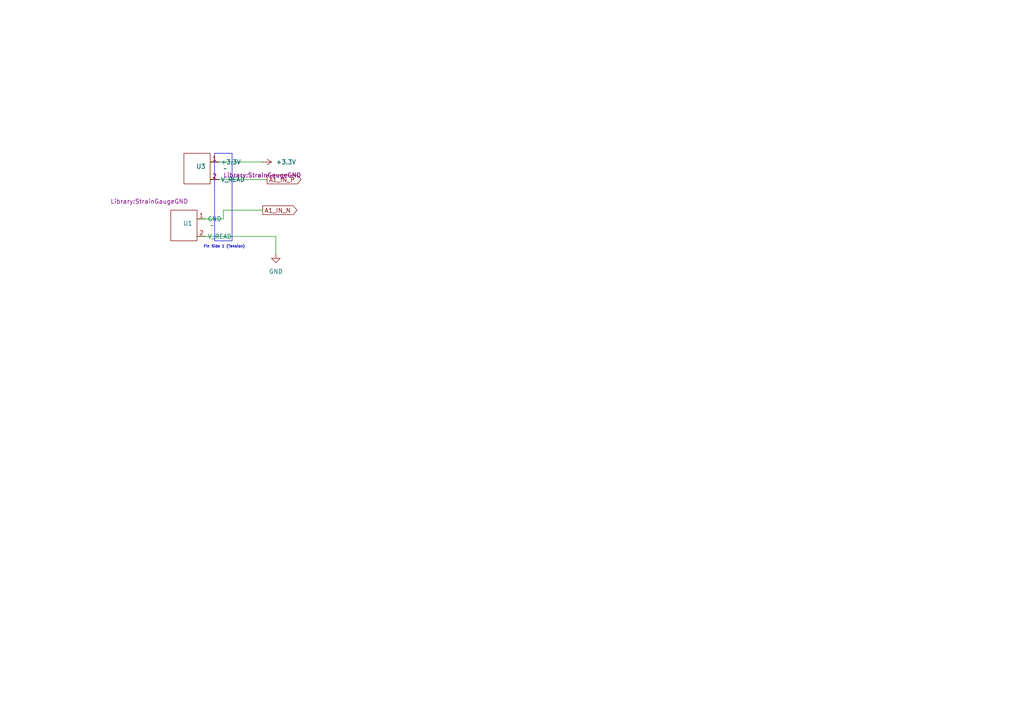
<source format=kicad_sch>
(kicad_sch (version 20250114) (generator "eeschema") (generator_version "9.0")
  (paper "A4")
  (lib_symbols
    (symbol "My_Library:StrainGaugeGND"
      (property "Reference" "U" (at 0 -1.016 0))
      (property "Footprint" "Library:StrainGaugeGND" (at 0 0 0))
      (symbol "StrainGaugeGND_0_1"
        (rectangle (start -3.81 3.81) (end 3.81 -5.08))
      )
      (symbol "StrainGaugeGND_1_1"
        (pin power_in line (at 3.81 1.27 0) (length 2.54) (name "GND") (number "1"))
        (pin bidirectional line (at 3.81 -3.81 0) (length 2.54) (name "V_READ") (number "2"))
      )
    )
    (symbol "My_Library:StrainGaugeV"
      (property "Reference" "U3" (at -0.254 0 0))
      (property "Value" "~" (at 7.62 -0.635 0))
      (property "Footprint" "Library:StrainGaugeV" (at 7.62 -2.5399 0))
      (symbol "StrainGaugeV_0_1"
        (rectangle (start -3.81 3.81) (end 3.81 -5.08))
      )
      (symbol "StrainGaugeV_1_1"
        (pin power_in line (at 3.81 1.27 0) (length 2.54) (name "+3.3V") (number "1"))
        (pin bidirectional line (at 3.81 -3.81 0) (length 2.54) (name "V_READ") (number "2"))
      )
    )
    (symbol "power:+5V" (power) (pin_numbers (hide yes)) (pin_names (offset 0) (hide yes))
      (property "Value" "+5V" (at 0 3.556 0))
      (symbol "+5V_0_1"
        (polyline (pts (xy -0.762 1.27) (xy 0 2.54)))
        (polyline (pts (xy 0 2.54) (xy 0.762 1.27)))
        (polyline (pts (xy 0 0) (xy 0 2.54)))
      )
      (symbol "+5V_1_1"
        (pin power_in line (at 0 0 90) (length 0) (name "~") (number "1"))
      )
    )
    (symbol "power:GND" (power) (pin_numbers (hide yes)) (pin_names (offset 0) (hide yes))
      (property "Value" "GND" (at 0 -3.81 0))
      (symbol "GND_0_1"
        (polyline (pts (xy 0 0) (xy 0 -1.27) (xy 1.27 -1.27) (xy 0 -2.54) (xy -1.27 -1.27) (xy 0 -1.27)))
      )
      (symbol "GND_1_1"
        (pin power_in line (at 0 0 270) (length 0) (name "~") (number "1"))
      )
    )
  )
  (rectangle (start 62.23 44.45) (end 67.31 69.85))
  (text "Fin Side 1 (Tension)" (at 65.024 71.628 0) (effects (font (size 0.762 0.762))))
  (wire (pts (xy 80.01 68.58) (xy 80.01 73.66)))
  (wire (pts (xy 60.96 52.07) (xy 77.47 52.07)))
  (wire (pts (xy 64.77 60.96) (xy 64.77 63.5)))
  (wire (pts (xy 57.15 63.5) (xy 64.77 63.5)))
  (wire (pts (xy 64.77 60.96) (xy 76.2 60.96)))
  (wire (pts (xy 57.15 68.58) (xy 80.01 68.58)))
  (wire (pts (xy 60.96 46.99) (xy 76.2 46.99)))
  (global_label "A1_IN_N" (shape output) (at 76.2 60.96 0) (property "Intersheetrefs" "${INTERSHEET_REFS}" (effects (hide yes))))
  (global_label "A1_IN_P" (shape output) (at 77.47 52.07 0) (property "Intersheetrefs" "${INTERSHEET_REFS}" (effects (hide yes))))
  (symbol (lib_id "power:GND") (at 80.01 73.66 0) (unit 1)
    (property "Reference" "#PWR03" (effects (hide yes)))
    (property "Value" "GND" (at 80.01 78.74 0))
    (property "Description" "Power symbol creates a global label with name \"GND\" , ground" (effects (hide yes)))
  )
  (symbol (lib_id "My_Library:StrainGaugeGND") (at 53.34 64.77 0) (unit 1)
    (property "Reference" "U1" (at 53.086 64.77 0) (effects (justify left)))
    (property "Value" "~" (at 60.96 65.405 0) (effects (justify left)))
    (property "Footprint" "Library:StrainGaugeGND" (at 32.004 58.42 0) (effects (justify left)))
  )
  (symbol (lib_id "My_Library:StrainGaugeV") (at 57.15 48.26 0) (unit 1)
    (property "Reference" "U3" (at 56.896 48.26 0) (effects (justify left)))
    (property "Value" "~" (at 64.77 48.895 0) (effects (justify left)))
    (property "Footprint" "Library:StrainGaugeGND" (at 64.77 50.7999 0) (effects (justify left)))
  )
  (symbol (lib_id "power:+5V") (at 76.2 46.99 270) (unit 1)
    (property "Reference" "#PWR04" (effects (hide yes)))
    (property "Value" "+3.3V" (at 80.01 46.9899 90) (effects (justify left)))
    (property "Description" "Power symbol creates a global label with name \"+5V\"" (effects (hide yes)))
  )
)
</source>
